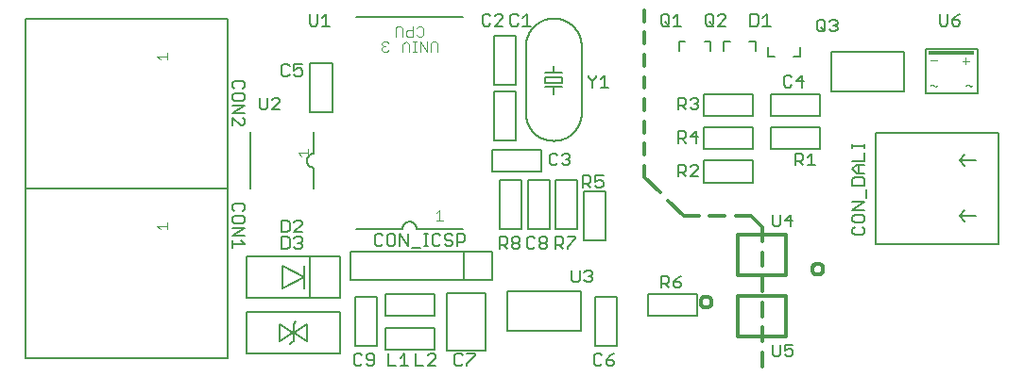
<source format=gto>
G75*
%MOIN*%
%OFA0B0*%
%FSLAX25Y25*%
%IPPOS*%
%LPD*%
%AMOC8*
5,1,8,0,0,1.08239X$1,22.5*
%
%ADD10C,0.01181*%
%ADD11C,0.00800*%
%ADD12C,0.00600*%
%ADD13C,0.00500*%
%ADD14C,0.00300*%
%ADD15C,0.00400*%
%ADD16R,0.16142X0.01181*%
D10*
X0219895Y0089642D02*
X0225393Y0084144D01*
X0228177Y0081360D02*
X0233675Y0075862D01*
X0238924Y0075862D01*
X0242861Y0075862D02*
X0248110Y0075862D01*
X0252048Y0075862D02*
X0257297Y0075862D01*
X0261234Y0071925D01*
X0261234Y0067004D01*
X0269895Y0069169D02*
X0252572Y0069169D01*
X0252572Y0054996D01*
X0269895Y0054996D01*
X0269895Y0069169D01*
X0261234Y0063067D02*
X0261234Y0058146D01*
X0261234Y0054209D02*
X0261234Y0049287D01*
X0261234Y0045350D02*
X0261234Y0040429D01*
X0261234Y0036492D02*
X0261234Y0031571D01*
X0269895Y0033343D02*
X0252572Y0033343D01*
X0252572Y0047516D01*
X0269895Y0047516D01*
X0269895Y0033343D01*
X0261234Y0027634D02*
X0261234Y0022713D01*
X0239580Y0045429D02*
X0239582Y0045517D01*
X0239588Y0045605D01*
X0239598Y0045693D01*
X0239612Y0045781D01*
X0239629Y0045867D01*
X0239651Y0045953D01*
X0239676Y0046037D01*
X0239706Y0046121D01*
X0239738Y0046203D01*
X0239775Y0046283D01*
X0239815Y0046362D01*
X0239859Y0046439D01*
X0239906Y0046514D01*
X0239956Y0046586D01*
X0240010Y0046657D01*
X0240066Y0046724D01*
X0240126Y0046790D01*
X0240188Y0046852D01*
X0240254Y0046912D01*
X0240321Y0046968D01*
X0240392Y0047022D01*
X0240464Y0047072D01*
X0240539Y0047119D01*
X0240616Y0047163D01*
X0240695Y0047203D01*
X0240775Y0047240D01*
X0240857Y0047272D01*
X0240941Y0047302D01*
X0241025Y0047327D01*
X0241111Y0047349D01*
X0241197Y0047366D01*
X0241285Y0047380D01*
X0241373Y0047390D01*
X0241461Y0047396D01*
X0241549Y0047398D01*
X0241637Y0047396D01*
X0241725Y0047390D01*
X0241813Y0047380D01*
X0241901Y0047366D01*
X0241987Y0047349D01*
X0242073Y0047327D01*
X0242157Y0047302D01*
X0242241Y0047272D01*
X0242323Y0047240D01*
X0242403Y0047203D01*
X0242482Y0047163D01*
X0242559Y0047119D01*
X0242634Y0047072D01*
X0242706Y0047022D01*
X0242777Y0046968D01*
X0242844Y0046912D01*
X0242910Y0046852D01*
X0242972Y0046790D01*
X0243032Y0046724D01*
X0243088Y0046657D01*
X0243142Y0046586D01*
X0243192Y0046514D01*
X0243239Y0046439D01*
X0243283Y0046362D01*
X0243323Y0046283D01*
X0243360Y0046203D01*
X0243392Y0046121D01*
X0243422Y0046037D01*
X0243447Y0045953D01*
X0243469Y0045867D01*
X0243486Y0045781D01*
X0243500Y0045693D01*
X0243510Y0045605D01*
X0243516Y0045517D01*
X0243518Y0045429D01*
X0243516Y0045341D01*
X0243510Y0045253D01*
X0243500Y0045165D01*
X0243486Y0045077D01*
X0243469Y0044991D01*
X0243447Y0044905D01*
X0243422Y0044821D01*
X0243392Y0044737D01*
X0243360Y0044655D01*
X0243323Y0044575D01*
X0243283Y0044496D01*
X0243239Y0044419D01*
X0243192Y0044344D01*
X0243142Y0044272D01*
X0243088Y0044201D01*
X0243032Y0044134D01*
X0242972Y0044068D01*
X0242910Y0044006D01*
X0242844Y0043946D01*
X0242777Y0043890D01*
X0242706Y0043836D01*
X0242634Y0043786D01*
X0242559Y0043739D01*
X0242482Y0043695D01*
X0242403Y0043655D01*
X0242323Y0043618D01*
X0242241Y0043586D01*
X0242157Y0043556D01*
X0242073Y0043531D01*
X0241987Y0043509D01*
X0241901Y0043492D01*
X0241813Y0043478D01*
X0241725Y0043468D01*
X0241637Y0043462D01*
X0241549Y0043460D01*
X0241461Y0043462D01*
X0241373Y0043468D01*
X0241285Y0043478D01*
X0241197Y0043492D01*
X0241111Y0043509D01*
X0241025Y0043531D01*
X0240941Y0043556D01*
X0240857Y0043586D01*
X0240775Y0043618D01*
X0240695Y0043655D01*
X0240616Y0043695D01*
X0240539Y0043739D01*
X0240464Y0043786D01*
X0240392Y0043836D01*
X0240321Y0043890D01*
X0240254Y0043946D01*
X0240188Y0044006D01*
X0240126Y0044068D01*
X0240066Y0044134D01*
X0240010Y0044201D01*
X0239956Y0044272D01*
X0239906Y0044344D01*
X0239859Y0044419D01*
X0239815Y0044496D01*
X0239775Y0044575D01*
X0239738Y0044655D01*
X0239706Y0044737D01*
X0239676Y0044821D01*
X0239651Y0044905D01*
X0239629Y0044991D01*
X0239612Y0045077D01*
X0239598Y0045165D01*
X0239588Y0045253D01*
X0239582Y0045341D01*
X0239580Y0045429D01*
X0278950Y0057083D02*
X0278952Y0057171D01*
X0278958Y0057259D01*
X0278968Y0057347D01*
X0278982Y0057435D01*
X0278999Y0057521D01*
X0279021Y0057607D01*
X0279046Y0057691D01*
X0279076Y0057775D01*
X0279108Y0057857D01*
X0279145Y0057937D01*
X0279185Y0058016D01*
X0279229Y0058093D01*
X0279276Y0058168D01*
X0279326Y0058240D01*
X0279380Y0058311D01*
X0279436Y0058378D01*
X0279496Y0058444D01*
X0279558Y0058506D01*
X0279624Y0058566D01*
X0279691Y0058622D01*
X0279762Y0058676D01*
X0279834Y0058726D01*
X0279909Y0058773D01*
X0279986Y0058817D01*
X0280065Y0058857D01*
X0280145Y0058894D01*
X0280227Y0058926D01*
X0280311Y0058956D01*
X0280395Y0058981D01*
X0280481Y0059003D01*
X0280567Y0059020D01*
X0280655Y0059034D01*
X0280743Y0059044D01*
X0280831Y0059050D01*
X0280919Y0059052D01*
X0281007Y0059050D01*
X0281095Y0059044D01*
X0281183Y0059034D01*
X0281271Y0059020D01*
X0281357Y0059003D01*
X0281443Y0058981D01*
X0281527Y0058956D01*
X0281611Y0058926D01*
X0281693Y0058894D01*
X0281773Y0058857D01*
X0281852Y0058817D01*
X0281929Y0058773D01*
X0282004Y0058726D01*
X0282076Y0058676D01*
X0282147Y0058622D01*
X0282214Y0058566D01*
X0282280Y0058506D01*
X0282342Y0058444D01*
X0282402Y0058378D01*
X0282458Y0058311D01*
X0282512Y0058240D01*
X0282562Y0058168D01*
X0282609Y0058093D01*
X0282653Y0058016D01*
X0282693Y0057937D01*
X0282730Y0057857D01*
X0282762Y0057775D01*
X0282792Y0057691D01*
X0282817Y0057607D01*
X0282839Y0057521D01*
X0282856Y0057435D01*
X0282870Y0057347D01*
X0282880Y0057259D01*
X0282886Y0057171D01*
X0282888Y0057083D01*
X0282886Y0056995D01*
X0282880Y0056907D01*
X0282870Y0056819D01*
X0282856Y0056731D01*
X0282839Y0056645D01*
X0282817Y0056559D01*
X0282792Y0056475D01*
X0282762Y0056391D01*
X0282730Y0056309D01*
X0282693Y0056229D01*
X0282653Y0056150D01*
X0282609Y0056073D01*
X0282562Y0055998D01*
X0282512Y0055926D01*
X0282458Y0055855D01*
X0282402Y0055788D01*
X0282342Y0055722D01*
X0282280Y0055660D01*
X0282214Y0055600D01*
X0282147Y0055544D01*
X0282076Y0055490D01*
X0282004Y0055440D01*
X0281929Y0055393D01*
X0281852Y0055349D01*
X0281773Y0055309D01*
X0281693Y0055272D01*
X0281611Y0055240D01*
X0281527Y0055210D01*
X0281443Y0055185D01*
X0281357Y0055163D01*
X0281271Y0055146D01*
X0281183Y0055132D01*
X0281095Y0055122D01*
X0281007Y0055116D01*
X0280919Y0055114D01*
X0280831Y0055116D01*
X0280743Y0055122D01*
X0280655Y0055132D01*
X0280567Y0055146D01*
X0280481Y0055163D01*
X0280395Y0055185D01*
X0280311Y0055210D01*
X0280227Y0055240D01*
X0280145Y0055272D01*
X0280065Y0055309D01*
X0279986Y0055349D01*
X0279909Y0055393D01*
X0279834Y0055440D01*
X0279762Y0055490D01*
X0279691Y0055544D01*
X0279624Y0055600D01*
X0279558Y0055660D01*
X0279496Y0055722D01*
X0279436Y0055788D01*
X0279380Y0055855D01*
X0279326Y0055926D01*
X0279276Y0055998D01*
X0279229Y0056073D01*
X0279185Y0056150D01*
X0279145Y0056229D01*
X0279108Y0056309D01*
X0279076Y0056391D01*
X0279046Y0056475D01*
X0279021Y0056559D01*
X0278999Y0056645D01*
X0278982Y0056731D01*
X0278968Y0056819D01*
X0278958Y0056907D01*
X0278952Y0056995D01*
X0278950Y0057083D01*
X0219895Y0089642D02*
X0219895Y0093579D01*
X0219895Y0097516D02*
X0219895Y0101453D01*
X0219895Y0105390D02*
X0219895Y0109327D01*
X0219895Y0113264D02*
X0219895Y0117201D01*
X0219895Y0121138D02*
X0219895Y0125075D01*
X0219895Y0129012D02*
X0219895Y0132949D01*
X0219895Y0136886D02*
X0219895Y0140823D01*
X0219895Y0144760D02*
X0219895Y0148697D01*
D11*
X0001400Y0085705D02*
X0001400Y0025705D01*
X0072700Y0025705D01*
X0072700Y0085705D01*
X0072700Y0145705D01*
X0001400Y0145705D01*
X0001400Y0085705D01*
X0072700Y0085705D01*
X0001400Y0085705D01*
X0079474Y0061492D02*
X0112285Y0061492D01*
X0112285Y0046925D01*
X0079474Y0046925D01*
X0079474Y0061492D01*
X0101679Y0061295D02*
X0101679Y0047122D01*
X0112285Y0041807D02*
X0079474Y0041807D01*
X0079474Y0027240D01*
X0112285Y0027240D01*
X0112285Y0041807D01*
X0117600Y0047122D02*
X0125340Y0047122D01*
X0125340Y0029799D01*
X0117600Y0029799D01*
X0117600Y0047122D01*
X0128557Y0048236D02*
X0145880Y0048236D01*
X0145880Y0040496D01*
X0128557Y0040496D01*
X0128557Y0048236D01*
X0116155Y0053146D02*
X0116155Y0063146D01*
X0156155Y0063146D01*
X0156155Y0053146D01*
X0166155Y0053146D02*
X0166155Y0063146D01*
X0156155Y0063146D01*
X0168781Y0071138D02*
X0168781Y0088461D01*
X0176521Y0088461D01*
X0176521Y0071138D01*
X0168781Y0071138D01*
X0178624Y0071138D02*
X0186364Y0071138D01*
X0186364Y0088461D01*
X0178624Y0088461D01*
X0178624Y0071138D01*
X0188466Y0071138D02*
X0188466Y0088461D01*
X0196206Y0088461D01*
X0196206Y0071138D01*
X0188466Y0071138D01*
X0198309Y0067201D02*
X0198309Y0084524D01*
X0206049Y0084524D01*
X0206049Y0067201D01*
X0198309Y0067201D01*
X0166155Y0053146D02*
X0116155Y0053146D01*
X0150171Y0048591D02*
X0163635Y0048591D01*
X0163635Y0028331D01*
X0150171Y0028331D01*
X0150171Y0048591D01*
X0171561Y0049398D02*
X0197364Y0049398D01*
X0197364Y0035398D01*
X0171561Y0035398D01*
X0171561Y0049398D01*
X0145880Y0036425D02*
X0145880Y0028685D01*
X0128557Y0028685D01*
X0128557Y0036425D01*
X0145880Y0036425D01*
X0202246Y0029799D02*
X0209986Y0029799D01*
X0209986Y0047122D01*
X0202246Y0047122D01*
X0202246Y0029799D01*
X0221076Y0040496D02*
X0221076Y0048236D01*
X0238399Y0048236D01*
X0238399Y0040496D01*
X0221076Y0040496D01*
X0155661Y0071382D02*
X0139411Y0071382D01*
X0139409Y0071480D01*
X0139403Y0071578D01*
X0139394Y0071676D01*
X0139380Y0071773D01*
X0139363Y0071870D01*
X0139342Y0071966D01*
X0139317Y0072061D01*
X0139289Y0072155D01*
X0139256Y0072247D01*
X0139221Y0072339D01*
X0139181Y0072429D01*
X0139139Y0072517D01*
X0139092Y0072604D01*
X0139043Y0072688D01*
X0138990Y0072771D01*
X0138934Y0072851D01*
X0138874Y0072930D01*
X0138812Y0073006D01*
X0138747Y0073079D01*
X0138679Y0073150D01*
X0138608Y0073218D01*
X0138535Y0073283D01*
X0138459Y0073345D01*
X0138380Y0073405D01*
X0138300Y0073461D01*
X0138217Y0073514D01*
X0138133Y0073563D01*
X0138046Y0073610D01*
X0137958Y0073652D01*
X0137868Y0073692D01*
X0137776Y0073727D01*
X0137684Y0073760D01*
X0137590Y0073788D01*
X0137495Y0073813D01*
X0137399Y0073834D01*
X0137302Y0073851D01*
X0137205Y0073865D01*
X0137107Y0073874D01*
X0137009Y0073880D01*
X0136911Y0073882D01*
X0136813Y0073880D01*
X0136715Y0073874D01*
X0136617Y0073865D01*
X0136520Y0073851D01*
X0136423Y0073834D01*
X0136327Y0073813D01*
X0136232Y0073788D01*
X0136138Y0073760D01*
X0136046Y0073727D01*
X0135954Y0073692D01*
X0135864Y0073652D01*
X0135776Y0073610D01*
X0135689Y0073563D01*
X0135605Y0073514D01*
X0135522Y0073461D01*
X0135442Y0073405D01*
X0135363Y0073345D01*
X0135287Y0073283D01*
X0135214Y0073218D01*
X0135143Y0073150D01*
X0135075Y0073079D01*
X0135010Y0073006D01*
X0134948Y0072930D01*
X0134888Y0072851D01*
X0134832Y0072771D01*
X0134779Y0072688D01*
X0134730Y0072604D01*
X0134683Y0072517D01*
X0134641Y0072429D01*
X0134601Y0072339D01*
X0134566Y0072247D01*
X0134533Y0072155D01*
X0134505Y0072061D01*
X0134480Y0071966D01*
X0134459Y0071870D01*
X0134442Y0071773D01*
X0134428Y0071676D01*
X0134419Y0071578D01*
X0134413Y0071480D01*
X0134411Y0071382D01*
X0118161Y0071382D01*
X0103193Y0085547D02*
X0103193Y0093047D01*
X0103095Y0093049D01*
X0102997Y0093055D01*
X0102899Y0093064D01*
X0102802Y0093078D01*
X0102705Y0093095D01*
X0102609Y0093116D01*
X0102514Y0093141D01*
X0102420Y0093169D01*
X0102328Y0093202D01*
X0102236Y0093237D01*
X0102146Y0093277D01*
X0102058Y0093319D01*
X0101971Y0093366D01*
X0101887Y0093415D01*
X0101804Y0093468D01*
X0101724Y0093524D01*
X0101645Y0093584D01*
X0101569Y0093646D01*
X0101496Y0093711D01*
X0101425Y0093779D01*
X0101357Y0093850D01*
X0101292Y0093923D01*
X0101230Y0093999D01*
X0101170Y0094078D01*
X0101114Y0094158D01*
X0101061Y0094241D01*
X0101012Y0094325D01*
X0100965Y0094412D01*
X0100923Y0094500D01*
X0100883Y0094590D01*
X0100848Y0094682D01*
X0100815Y0094774D01*
X0100787Y0094868D01*
X0100762Y0094963D01*
X0100741Y0095059D01*
X0100724Y0095156D01*
X0100710Y0095253D01*
X0100701Y0095351D01*
X0100695Y0095449D01*
X0100693Y0095547D01*
X0100695Y0095645D01*
X0100701Y0095743D01*
X0100710Y0095841D01*
X0100724Y0095938D01*
X0100741Y0096035D01*
X0100762Y0096131D01*
X0100787Y0096226D01*
X0100815Y0096320D01*
X0100848Y0096412D01*
X0100883Y0096504D01*
X0100923Y0096594D01*
X0100965Y0096682D01*
X0101012Y0096769D01*
X0101061Y0096853D01*
X0101114Y0096936D01*
X0101170Y0097016D01*
X0101230Y0097095D01*
X0101292Y0097171D01*
X0101357Y0097244D01*
X0101425Y0097315D01*
X0101496Y0097383D01*
X0101569Y0097448D01*
X0101645Y0097510D01*
X0101724Y0097570D01*
X0101804Y0097626D01*
X0101887Y0097679D01*
X0101971Y0097728D01*
X0102058Y0097775D01*
X0102146Y0097817D01*
X0102236Y0097857D01*
X0102328Y0097892D01*
X0102420Y0097925D01*
X0102514Y0097953D01*
X0102609Y0097978D01*
X0102705Y0097999D01*
X0102802Y0098016D01*
X0102899Y0098030D01*
X0102997Y0098039D01*
X0103095Y0098045D01*
X0103193Y0098047D01*
X0103193Y0105547D01*
X0101852Y0112476D02*
X0109592Y0112476D01*
X0109592Y0129799D01*
X0101852Y0129799D01*
X0101852Y0112476D01*
X0080693Y0105547D02*
X0080693Y0085547D01*
X0165958Y0091677D02*
X0165958Y0099417D01*
X0183281Y0099417D01*
X0183281Y0091677D01*
X0165958Y0091677D01*
X0166813Y0102634D02*
X0166813Y0119957D01*
X0174553Y0119957D01*
X0174553Y0102634D01*
X0166813Y0102634D01*
X0177966Y0112280D02*
X0177966Y0135902D01*
X0174553Y0139642D02*
X0166813Y0139642D01*
X0166813Y0122319D01*
X0174553Y0122319D01*
X0174553Y0139642D01*
X0177966Y0135902D02*
X0177969Y0136142D01*
X0177978Y0136381D01*
X0177992Y0136620D01*
X0178013Y0136859D01*
X0178039Y0137098D01*
X0178071Y0137335D01*
X0178109Y0137572D01*
X0178152Y0137808D01*
X0178201Y0138042D01*
X0178256Y0138275D01*
X0178317Y0138507D01*
X0178383Y0138738D01*
X0178455Y0138966D01*
X0178533Y0139193D01*
X0178615Y0139418D01*
X0178704Y0139641D01*
X0178798Y0139862D01*
X0178897Y0140080D01*
X0179001Y0140296D01*
X0179111Y0140509D01*
X0179225Y0140719D01*
X0179345Y0140927D01*
X0179470Y0141132D01*
X0179600Y0141333D01*
X0179735Y0141531D01*
X0179874Y0141726D01*
X0180018Y0141918D01*
X0180167Y0142106D01*
X0180320Y0142290D01*
X0180478Y0142470D01*
X0180640Y0142647D01*
X0180807Y0142820D01*
X0180977Y0142988D01*
X0181152Y0143152D01*
X0181330Y0143312D01*
X0181513Y0143468D01*
X0181699Y0143619D01*
X0181889Y0143765D01*
X0182082Y0143907D01*
X0182278Y0144044D01*
X0182478Y0144177D01*
X0182681Y0144304D01*
X0182888Y0144426D01*
X0183097Y0144544D01*
X0183308Y0144656D01*
X0183523Y0144763D01*
X0183740Y0144865D01*
X0183959Y0144961D01*
X0184181Y0145052D01*
X0184405Y0145138D01*
X0184631Y0145218D01*
X0184859Y0145292D01*
X0185088Y0145361D01*
X0185319Y0145425D01*
X0185552Y0145483D01*
X0185786Y0145535D01*
X0186021Y0145581D01*
X0186257Y0145622D01*
X0186495Y0145657D01*
X0186732Y0145686D01*
X0186971Y0145709D01*
X0187210Y0145727D01*
X0187450Y0145738D01*
X0187689Y0145744D01*
X0187929Y0145744D01*
X0188168Y0145738D01*
X0188408Y0145727D01*
X0188647Y0145709D01*
X0188886Y0145686D01*
X0189123Y0145657D01*
X0189361Y0145622D01*
X0189597Y0145581D01*
X0189832Y0145535D01*
X0190066Y0145483D01*
X0190299Y0145425D01*
X0190530Y0145361D01*
X0190759Y0145292D01*
X0190987Y0145218D01*
X0191213Y0145138D01*
X0191437Y0145052D01*
X0191659Y0144961D01*
X0191878Y0144865D01*
X0192095Y0144763D01*
X0192310Y0144656D01*
X0192521Y0144544D01*
X0192731Y0144426D01*
X0192937Y0144304D01*
X0193140Y0144177D01*
X0193340Y0144044D01*
X0193536Y0143907D01*
X0193729Y0143765D01*
X0193919Y0143619D01*
X0194105Y0143468D01*
X0194288Y0143312D01*
X0194466Y0143152D01*
X0194641Y0142988D01*
X0194811Y0142820D01*
X0194978Y0142647D01*
X0195140Y0142470D01*
X0195298Y0142290D01*
X0195451Y0142106D01*
X0195600Y0141918D01*
X0195744Y0141726D01*
X0195883Y0141531D01*
X0196018Y0141333D01*
X0196148Y0141132D01*
X0196273Y0140927D01*
X0196393Y0140719D01*
X0196507Y0140509D01*
X0196617Y0140296D01*
X0196721Y0140080D01*
X0196820Y0139862D01*
X0196914Y0139641D01*
X0197003Y0139418D01*
X0197085Y0139193D01*
X0197163Y0138966D01*
X0197235Y0138738D01*
X0197301Y0138507D01*
X0197362Y0138275D01*
X0197417Y0138042D01*
X0197466Y0137808D01*
X0197509Y0137572D01*
X0197547Y0137335D01*
X0197579Y0137098D01*
X0197605Y0136859D01*
X0197626Y0136620D01*
X0197640Y0136381D01*
X0197649Y0136142D01*
X0197652Y0135902D01*
X0197651Y0135902D02*
X0197651Y0112280D01*
X0197652Y0112280D02*
X0197649Y0112040D01*
X0197640Y0111801D01*
X0197626Y0111562D01*
X0197605Y0111323D01*
X0197579Y0111084D01*
X0197547Y0110847D01*
X0197509Y0110610D01*
X0197466Y0110374D01*
X0197417Y0110140D01*
X0197362Y0109907D01*
X0197301Y0109675D01*
X0197235Y0109444D01*
X0197163Y0109216D01*
X0197085Y0108989D01*
X0197003Y0108764D01*
X0196914Y0108541D01*
X0196820Y0108320D01*
X0196721Y0108102D01*
X0196617Y0107886D01*
X0196507Y0107673D01*
X0196393Y0107463D01*
X0196273Y0107255D01*
X0196148Y0107050D01*
X0196018Y0106849D01*
X0195883Y0106651D01*
X0195744Y0106456D01*
X0195600Y0106264D01*
X0195451Y0106076D01*
X0195298Y0105892D01*
X0195140Y0105712D01*
X0194978Y0105535D01*
X0194811Y0105362D01*
X0194641Y0105194D01*
X0194466Y0105030D01*
X0194288Y0104870D01*
X0194105Y0104714D01*
X0193919Y0104563D01*
X0193729Y0104417D01*
X0193536Y0104275D01*
X0193340Y0104138D01*
X0193140Y0104005D01*
X0192937Y0103878D01*
X0192731Y0103756D01*
X0192521Y0103638D01*
X0192310Y0103526D01*
X0192095Y0103419D01*
X0191878Y0103317D01*
X0191659Y0103221D01*
X0191437Y0103130D01*
X0191213Y0103044D01*
X0190987Y0102964D01*
X0190759Y0102890D01*
X0190530Y0102821D01*
X0190299Y0102757D01*
X0190066Y0102699D01*
X0189832Y0102647D01*
X0189597Y0102601D01*
X0189361Y0102560D01*
X0189123Y0102525D01*
X0188886Y0102496D01*
X0188647Y0102473D01*
X0188408Y0102455D01*
X0188168Y0102444D01*
X0187929Y0102438D01*
X0187689Y0102438D01*
X0187450Y0102444D01*
X0187210Y0102455D01*
X0186971Y0102473D01*
X0186732Y0102496D01*
X0186495Y0102525D01*
X0186257Y0102560D01*
X0186021Y0102601D01*
X0185786Y0102647D01*
X0185552Y0102699D01*
X0185319Y0102757D01*
X0185088Y0102821D01*
X0184859Y0102890D01*
X0184631Y0102964D01*
X0184405Y0103044D01*
X0184181Y0103130D01*
X0183959Y0103221D01*
X0183740Y0103317D01*
X0183523Y0103419D01*
X0183308Y0103526D01*
X0183097Y0103638D01*
X0182888Y0103756D01*
X0182681Y0103878D01*
X0182478Y0104005D01*
X0182278Y0104138D01*
X0182082Y0104275D01*
X0181889Y0104417D01*
X0181699Y0104563D01*
X0181513Y0104714D01*
X0181330Y0104870D01*
X0181152Y0105030D01*
X0180977Y0105194D01*
X0180807Y0105362D01*
X0180640Y0105535D01*
X0180478Y0105712D01*
X0180320Y0105892D01*
X0180167Y0106076D01*
X0180018Y0106264D01*
X0179874Y0106456D01*
X0179735Y0106651D01*
X0179600Y0106849D01*
X0179470Y0107050D01*
X0179345Y0107255D01*
X0179225Y0107463D01*
X0179111Y0107673D01*
X0179001Y0107886D01*
X0178897Y0108102D01*
X0178798Y0108320D01*
X0178704Y0108541D01*
X0178615Y0108764D01*
X0178533Y0108989D01*
X0178455Y0109216D01*
X0178383Y0109444D01*
X0178317Y0109675D01*
X0178256Y0109907D01*
X0178201Y0110140D01*
X0178152Y0110374D01*
X0178109Y0110610D01*
X0178071Y0110847D01*
X0178039Y0111084D01*
X0178013Y0111323D01*
X0177992Y0111562D01*
X0177978Y0111801D01*
X0177969Y0112040D01*
X0177966Y0112280D01*
X0240761Y0111362D02*
X0240761Y0119102D01*
X0258084Y0119102D01*
X0258084Y0111362D01*
X0240761Y0111362D01*
X0240761Y0107291D02*
X0258084Y0107291D01*
X0258084Y0099551D01*
X0240761Y0099551D01*
X0240761Y0107291D01*
X0264383Y0107291D02*
X0264383Y0099551D01*
X0281706Y0099551D01*
X0281706Y0107291D01*
X0264383Y0107291D01*
X0264383Y0111362D02*
X0264383Y0119102D01*
X0281706Y0119102D01*
X0281706Y0111362D01*
X0264383Y0111362D01*
X0285734Y0120043D02*
X0285734Y0134043D01*
X0311537Y0134043D01*
X0311537Y0120043D01*
X0285734Y0120043D01*
X0301391Y0105390D02*
X0344698Y0105390D01*
X0344698Y0066020D01*
X0301391Y0066020D01*
X0301391Y0105390D01*
X0318911Y0119169D02*
X0318911Y0134917D01*
X0337415Y0134917D01*
X0337415Y0119169D01*
X0318911Y0119169D01*
X0332887Y0097516D02*
X0330919Y0095547D01*
X0332887Y0093579D01*
X0330919Y0095547D02*
X0336824Y0095547D01*
X0332887Y0077831D02*
X0330919Y0075862D01*
X0332887Y0073894D01*
X0330919Y0075862D02*
X0336824Y0075862D01*
X0258084Y0087740D02*
X0240761Y0087740D01*
X0240761Y0095480D01*
X0258084Y0095480D01*
X0258084Y0087740D01*
X0155661Y0146382D02*
X0118161Y0146382D01*
D12*
X0108774Y0143091D02*
X0106022Y0143091D01*
X0107398Y0143091D02*
X0107398Y0147219D01*
X0106022Y0145843D01*
X0104424Y0147219D02*
X0104424Y0143779D01*
X0103736Y0143091D01*
X0102360Y0143091D01*
X0101672Y0143779D01*
X0101672Y0147219D01*
X0098931Y0129503D02*
X0096180Y0129503D01*
X0096180Y0127439D01*
X0097555Y0128127D01*
X0098243Y0128127D01*
X0098931Y0127439D01*
X0098931Y0126063D01*
X0098243Y0125375D01*
X0096868Y0125375D01*
X0096180Y0126063D01*
X0094581Y0126063D02*
X0093893Y0125375D01*
X0092517Y0125375D01*
X0091829Y0126063D01*
X0091829Y0128815D01*
X0092517Y0129503D01*
X0093893Y0129503D01*
X0094581Y0128815D01*
X0078654Y0122945D02*
X0077966Y0123633D01*
X0075214Y0123633D01*
X0074526Y0122945D01*
X0074526Y0121569D01*
X0075214Y0120881D01*
X0075214Y0119282D02*
X0074526Y0118594D01*
X0074526Y0117218D01*
X0075214Y0116530D01*
X0077966Y0116530D01*
X0078654Y0117218D01*
X0078654Y0118594D01*
X0077966Y0119282D01*
X0075214Y0119282D01*
X0077966Y0120881D02*
X0078654Y0121569D01*
X0078654Y0122945D01*
X0083955Y0117692D02*
X0083955Y0114252D01*
X0084643Y0113564D01*
X0086019Y0113564D01*
X0086707Y0114252D01*
X0086707Y0117692D01*
X0088306Y0117004D02*
X0088993Y0117692D01*
X0090369Y0117692D01*
X0091057Y0117004D01*
X0091057Y0116316D01*
X0088306Y0113564D01*
X0091057Y0113564D01*
X0078654Y0114932D02*
X0074526Y0112180D01*
X0078654Y0112180D01*
X0077966Y0110582D02*
X0078654Y0109894D01*
X0078654Y0108518D01*
X0077966Y0107830D01*
X0077278Y0107830D01*
X0074526Y0110582D01*
X0074526Y0107830D01*
X0074526Y0114932D02*
X0078654Y0114932D01*
X0162695Y0143779D02*
X0163383Y0143091D01*
X0164759Y0143091D01*
X0165447Y0143779D01*
X0167046Y0143091D02*
X0169798Y0145843D01*
X0169798Y0146531D01*
X0169110Y0147219D01*
X0167734Y0147219D01*
X0167046Y0146531D01*
X0165447Y0146531D02*
X0164759Y0147219D01*
X0163383Y0147219D01*
X0162695Y0146531D01*
X0162695Y0143779D01*
X0167046Y0143091D02*
X0169798Y0143091D01*
X0172538Y0143779D02*
X0173226Y0143091D01*
X0174602Y0143091D01*
X0175290Y0143779D01*
X0176888Y0143091D02*
X0179640Y0143091D01*
X0178264Y0143091D02*
X0178264Y0147219D01*
X0176888Y0145843D01*
X0175290Y0146531D02*
X0174602Y0147219D01*
X0173226Y0147219D01*
X0172538Y0146531D01*
X0172538Y0143779D01*
X0200097Y0125566D02*
X0200097Y0124878D01*
X0201473Y0123502D01*
X0201473Y0121438D01*
X0201473Y0123502D02*
X0202849Y0124878D01*
X0202849Y0125566D01*
X0204447Y0124190D02*
X0205823Y0125566D01*
X0205823Y0121438D01*
X0204447Y0121438D02*
X0207199Y0121438D01*
X0231593Y0117692D02*
X0231593Y0113564D01*
X0231593Y0114940D02*
X0233657Y0114940D01*
X0234345Y0115628D01*
X0234345Y0117004D01*
X0233657Y0117692D01*
X0231593Y0117692D01*
X0232969Y0114940D02*
X0234345Y0113564D01*
X0235943Y0114252D02*
X0236631Y0113564D01*
X0238007Y0113564D01*
X0238695Y0114252D01*
X0238695Y0114940D01*
X0238007Y0115628D01*
X0237319Y0115628D01*
X0238007Y0115628D02*
X0238695Y0116316D01*
X0238695Y0117004D01*
X0238007Y0117692D01*
X0236631Y0117692D01*
X0235943Y0117004D01*
X0238007Y0105881D02*
X0235943Y0103817D01*
X0238695Y0103817D01*
X0238007Y0101753D02*
X0238007Y0105881D01*
X0234345Y0105193D02*
X0234345Y0103817D01*
X0233657Y0103129D01*
X0231593Y0103129D01*
X0232969Y0103129D02*
X0234345Y0101753D01*
X0231593Y0101753D02*
X0231593Y0105881D01*
X0233657Y0105881D01*
X0234345Y0105193D01*
X0233657Y0094070D02*
X0234345Y0093382D01*
X0234345Y0092006D01*
X0233657Y0091318D01*
X0231593Y0091318D01*
X0232969Y0091318D02*
X0234345Y0089942D01*
X0235943Y0089942D02*
X0238695Y0092694D01*
X0238695Y0093382D01*
X0238007Y0094070D01*
X0236631Y0094070D01*
X0235943Y0093382D01*
X0233657Y0094070D02*
X0231593Y0094070D01*
X0231593Y0089942D01*
X0235943Y0089942D02*
X0238695Y0089942D01*
X0265058Y0076353D02*
X0265058Y0072913D01*
X0265746Y0072225D01*
X0267122Y0072225D01*
X0267810Y0072913D01*
X0267810Y0076353D01*
X0269408Y0074289D02*
X0271472Y0076353D01*
X0271472Y0072225D01*
X0272160Y0074289D02*
X0269408Y0074289D01*
X0293223Y0074367D02*
X0293911Y0073679D01*
X0296663Y0073679D01*
X0297351Y0074367D01*
X0297351Y0075743D01*
X0296663Y0076431D01*
X0293911Y0076431D01*
X0293223Y0075743D01*
X0293223Y0074367D01*
X0293911Y0072081D02*
X0293223Y0071393D01*
X0293223Y0070017D01*
X0293911Y0069329D01*
X0296663Y0069329D01*
X0297351Y0070017D01*
X0297351Y0071393D01*
X0296663Y0072081D01*
X0297351Y0078029D02*
X0293223Y0078029D01*
X0297351Y0080781D01*
X0293223Y0080781D01*
X0298039Y0082380D02*
X0298039Y0085132D01*
X0297351Y0086730D02*
X0293223Y0086730D01*
X0293223Y0088794D01*
X0293911Y0089482D01*
X0296663Y0089482D01*
X0297351Y0088794D01*
X0297351Y0086730D01*
X0297351Y0091080D02*
X0294599Y0091080D01*
X0293223Y0092456D01*
X0294599Y0093832D01*
X0297351Y0093832D01*
X0297351Y0095430D02*
X0293223Y0095430D01*
X0295287Y0093832D02*
X0295287Y0091080D01*
X0297351Y0095430D02*
X0297351Y0098182D01*
X0297351Y0099780D02*
X0297351Y0101156D01*
X0297351Y0100468D02*
X0293223Y0100468D01*
X0293223Y0099780D02*
X0293223Y0101156D01*
X0278658Y0098007D02*
X0277282Y0096631D01*
X0275684Y0097319D02*
X0275684Y0095943D01*
X0274996Y0095255D01*
X0272932Y0095255D01*
X0274308Y0095255D02*
X0275684Y0093879D01*
X0277282Y0093879D02*
X0280034Y0093879D01*
X0278658Y0093879D02*
X0278658Y0098007D01*
X0275684Y0097319D02*
X0274996Y0098007D01*
X0272932Y0098007D01*
X0272932Y0093879D01*
X0271059Y0121438D02*
X0271747Y0122126D01*
X0271059Y0121438D02*
X0269683Y0121438D01*
X0268995Y0122126D01*
X0268995Y0124878D01*
X0269683Y0125566D01*
X0271059Y0125566D01*
X0271747Y0124878D01*
X0273345Y0123502D02*
X0276097Y0123502D01*
X0275409Y0125566D02*
X0273345Y0123502D01*
X0275409Y0121438D02*
X0275409Y0125566D01*
X0274708Y0132317D02*
X0272508Y0132317D01*
X0274708Y0132317D02*
X0274708Y0135517D01*
X0265708Y0132317D02*
X0263508Y0132317D01*
X0263508Y0135517D01*
X0258960Y0134317D02*
X0258960Y0137517D01*
X0256760Y0137517D01*
X0249960Y0137517D02*
X0247760Y0137517D01*
X0247760Y0134317D01*
X0243212Y0134317D02*
X0243212Y0137517D01*
X0241012Y0137517D01*
X0234212Y0137517D02*
X0232012Y0137517D01*
X0232012Y0134317D01*
X0231414Y0143091D02*
X0231414Y0147219D01*
X0230038Y0145843D01*
X0228440Y0146531D02*
X0228440Y0143779D01*
X0227752Y0143091D01*
X0226376Y0143091D01*
X0225688Y0143779D01*
X0225688Y0146531D01*
X0226376Y0147219D01*
X0227752Y0147219D01*
X0228440Y0146531D01*
X0227064Y0144467D02*
X0228440Y0143091D01*
X0230038Y0143091D02*
X0232790Y0143091D01*
X0241436Y0143779D02*
X0241436Y0146531D01*
X0242124Y0147219D01*
X0243500Y0147219D01*
X0244188Y0146531D01*
X0244188Y0143779D01*
X0243500Y0143091D01*
X0242124Y0143091D01*
X0241436Y0143779D01*
X0242812Y0144467D02*
X0244188Y0143091D01*
X0245786Y0143091D02*
X0248538Y0145843D01*
X0248538Y0146531D01*
X0247850Y0147219D01*
X0246474Y0147219D01*
X0245786Y0146531D01*
X0245786Y0143091D02*
X0248538Y0143091D01*
X0257184Y0143091D02*
X0259248Y0143091D01*
X0259936Y0143779D01*
X0259936Y0146531D01*
X0259248Y0147219D01*
X0257184Y0147219D01*
X0257184Y0143091D01*
X0261534Y0143091D02*
X0264286Y0143091D01*
X0262910Y0143091D02*
X0262910Y0147219D01*
X0261534Y0145843D01*
X0280806Y0144563D02*
X0280806Y0141811D01*
X0281494Y0141123D01*
X0282870Y0141123D01*
X0283558Y0141811D01*
X0283558Y0144563D01*
X0282870Y0145251D01*
X0281494Y0145251D01*
X0280806Y0144563D01*
X0282182Y0142499D02*
X0283558Y0141123D01*
X0285156Y0141811D02*
X0285844Y0141123D01*
X0287220Y0141123D01*
X0287908Y0141811D01*
X0287908Y0142499D01*
X0287220Y0143187D01*
X0286532Y0143187D01*
X0287220Y0143187D02*
X0287908Y0143875D01*
X0287908Y0144563D01*
X0287220Y0145251D01*
X0285844Y0145251D01*
X0285156Y0144563D01*
X0324113Y0143779D02*
X0324801Y0143091D01*
X0326177Y0143091D01*
X0326865Y0143779D01*
X0326865Y0147219D01*
X0328463Y0145155D02*
X0329839Y0146531D01*
X0331215Y0147219D01*
X0330527Y0145155D02*
X0328463Y0145155D01*
X0328463Y0143779D01*
X0329151Y0143091D01*
X0330527Y0143091D01*
X0331215Y0143779D01*
X0331215Y0144467D01*
X0330527Y0145155D01*
X0324113Y0143779D02*
X0324113Y0147219D01*
X0193420Y0097319D02*
X0193420Y0096631D01*
X0192732Y0095943D01*
X0193420Y0095255D01*
X0193420Y0094567D01*
X0192732Y0093879D01*
X0191356Y0093879D01*
X0190668Y0094567D01*
X0189070Y0094567D02*
X0188382Y0093879D01*
X0187006Y0093879D01*
X0186318Y0094567D01*
X0186318Y0097319D01*
X0187006Y0098007D01*
X0188382Y0098007D01*
X0189070Y0097319D01*
X0190668Y0097319D02*
X0191356Y0098007D01*
X0192732Y0098007D01*
X0193420Y0097319D01*
X0192732Y0095943D02*
X0192044Y0095943D01*
X0198129Y0090133D02*
X0200193Y0090133D01*
X0200881Y0089445D01*
X0200881Y0088069D01*
X0200193Y0087381D01*
X0198129Y0087381D01*
X0199505Y0087381D02*
X0200881Y0086005D01*
X0202479Y0086693D02*
X0203167Y0086005D01*
X0204543Y0086005D01*
X0205231Y0086693D01*
X0205231Y0088069D01*
X0204543Y0088757D01*
X0203855Y0088757D01*
X0202479Y0088069D01*
X0202479Y0090133D01*
X0205231Y0090133D01*
X0198129Y0090133D02*
X0198129Y0086005D01*
X0195388Y0068479D02*
X0192636Y0068479D01*
X0191038Y0067791D02*
X0190350Y0068479D01*
X0188286Y0068479D01*
X0188286Y0064351D01*
X0188286Y0065727D02*
X0190350Y0065727D01*
X0191038Y0066415D01*
X0191038Y0067791D01*
X0189662Y0065727D02*
X0191038Y0064351D01*
X0192636Y0064351D02*
X0192636Y0065039D01*
X0195388Y0067791D01*
X0195388Y0068479D01*
X0185546Y0067791D02*
X0185546Y0067103D01*
X0184858Y0066415D01*
X0183482Y0066415D01*
X0182794Y0067103D01*
X0182794Y0067791D01*
X0183482Y0068479D01*
X0184858Y0068479D01*
X0185546Y0067791D01*
X0184858Y0066415D02*
X0185546Y0065727D01*
X0185546Y0065039D01*
X0184858Y0064351D01*
X0183482Y0064351D01*
X0182794Y0065039D01*
X0182794Y0065727D01*
X0183482Y0066415D01*
X0181195Y0065039D02*
X0180507Y0064351D01*
X0179132Y0064351D01*
X0178444Y0065039D01*
X0178444Y0067791D01*
X0179132Y0068479D01*
X0180507Y0068479D01*
X0181195Y0067791D01*
X0175703Y0067791D02*
X0175015Y0068479D01*
X0173639Y0068479D01*
X0172951Y0067791D01*
X0172951Y0067103D01*
X0173639Y0066415D01*
X0175015Y0066415D01*
X0175703Y0065727D01*
X0175703Y0065039D01*
X0175015Y0064351D01*
X0173639Y0064351D01*
X0172951Y0065039D01*
X0172951Y0065727D01*
X0173639Y0066415D01*
X0175015Y0066415D02*
X0175703Y0067103D01*
X0175703Y0067791D01*
X0171353Y0067791D02*
X0171353Y0066415D01*
X0170665Y0065727D01*
X0168601Y0065727D01*
X0168601Y0064351D02*
X0168601Y0068479D01*
X0170665Y0068479D01*
X0171353Y0067791D01*
X0169977Y0065727D02*
X0171353Y0064351D01*
X0156533Y0067399D02*
X0155845Y0066711D01*
X0153781Y0066711D01*
X0153781Y0065335D02*
X0153781Y0069463D01*
X0155845Y0069463D01*
X0156533Y0068775D01*
X0156533Y0067399D01*
X0152182Y0066711D02*
X0152182Y0066023D01*
X0151494Y0065335D01*
X0150118Y0065335D01*
X0149430Y0066023D01*
X0150118Y0067399D02*
X0151494Y0067399D01*
X0152182Y0066711D01*
X0152182Y0068775D02*
X0151494Y0069463D01*
X0150118Y0069463D01*
X0149430Y0068775D01*
X0149430Y0068087D01*
X0150118Y0067399D01*
X0147832Y0066023D02*
X0147144Y0065335D01*
X0145768Y0065335D01*
X0145080Y0066023D01*
X0145080Y0068775D01*
X0145768Y0069463D01*
X0147144Y0069463D01*
X0147832Y0068775D01*
X0143556Y0069463D02*
X0142180Y0069463D01*
X0142868Y0069463D02*
X0142868Y0065335D01*
X0142180Y0065335D02*
X0143556Y0065335D01*
X0140582Y0064647D02*
X0137830Y0064647D01*
X0136232Y0065335D02*
X0136232Y0069463D01*
X0133480Y0069463D02*
X0136232Y0065335D01*
X0133480Y0065335D02*
X0133480Y0069463D01*
X0131882Y0068775D02*
X0131194Y0069463D01*
X0129818Y0069463D01*
X0129130Y0068775D01*
X0129130Y0066023D01*
X0129818Y0065335D01*
X0131194Y0065335D01*
X0131882Y0066023D01*
X0131882Y0068775D01*
X0127531Y0068775D02*
X0126843Y0069463D01*
X0125467Y0069463D01*
X0124779Y0068775D01*
X0124779Y0066023D01*
X0125467Y0065335D01*
X0126843Y0065335D01*
X0127531Y0066023D01*
X0098931Y0065727D02*
X0098931Y0065039D01*
X0098243Y0064351D01*
X0096868Y0064351D01*
X0096180Y0065039D01*
X0094581Y0065039D02*
X0094581Y0067791D01*
X0093893Y0068479D01*
X0091829Y0068479D01*
X0091829Y0064351D01*
X0093893Y0064351D01*
X0094581Y0065039D01*
X0097555Y0066415D02*
X0098243Y0066415D01*
X0098931Y0065727D01*
X0098243Y0066415D02*
X0098931Y0067103D01*
X0098931Y0067791D01*
X0098243Y0068479D01*
X0096868Y0068479D01*
X0096180Y0067791D01*
X0096180Y0070257D02*
X0098931Y0073009D01*
X0098931Y0073697D01*
X0098243Y0074385D01*
X0096868Y0074385D01*
X0096180Y0073697D01*
X0094581Y0073697D02*
X0093893Y0074385D01*
X0091829Y0074385D01*
X0091829Y0070257D01*
X0093893Y0070257D01*
X0094581Y0070945D01*
X0094581Y0073697D01*
X0096180Y0070257D02*
X0098931Y0070257D01*
X0078654Y0071625D02*
X0074526Y0068873D01*
X0078654Y0068873D01*
X0077278Y0067275D02*
X0078654Y0065899D01*
X0074526Y0065899D01*
X0074526Y0067275D02*
X0074526Y0064523D01*
X0074526Y0071625D02*
X0078654Y0071625D01*
X0077966Y0073223D02*
X0075214Y0073223D01*
X0074526Y0073911D01*
X0074526Y0075287D01*
X0075214Y0075975D01*
X0077966Y0075975D01*
X0078654Y0075287D01*
X0078654Y0073911D01*
X0077966Y0073223D01*
X0077966Y0077574D02*
X0078654Y0078262D01*
X0078654Y0079638D01*
X0077966Y0080326D01*
X0075214Y0080326D01*
X0074526Y0079638D01*
X0074526Y0078262D01*
X0075214Y0077574D01*
X0194192Y0056668D02*
X0194192Y0053228D01*
X0194880Y0052540D01*
X0196256Y0052540D01*
X0196944Y0053228D01*
X0196944Y0056668D01*
X0198542Y0055980D02*
X0199230Y0056668D01*
X0200606Y0056668D01*
X0201294Y0055980D01*
X0201294Y0055292D01*
X0200606Y0054604D01*
X0201294Y0053916D01*
X0201294Y0053228D01*
X0200606Y0052540D01*
X0199230Y0052540D01*
X0198542Y0053228D01*
X0199918Y0054604D02*
X0200606Y0054604D01*
X0225688Y0054700D02*
X0225688Y0050572D01*
X0225688Y0051948D02*
X0227752Y0051948D01*
X0228440Y0052636D01*
X0228440Y0054012D01*
X0227752Y0054700D01*
X0225688Y0054700D01*
X0227064Y0051948D02*
X0228440Y0050572D01*
X0230038Y0051260D02*
X0230726Y0050572D01*
X0232102Y0050572D01*
X0232790Y0051260D01*
X0232790Y0051948D01*
X0232102Y0052636D01*
X0230038Y0052636D01*
X0230038Y0051260D01*
X0230038Y0052636D02*
X0231414Y0054012D01*
X0232790Y0054700D01*
X0265058Y0030290D02*
X0265058Y0026850D01*
X0265746Y0026162D01*
X0267122Y0026162D01*
X0267810Y0026850D01*
X0267810Y0030290D01*
X0269408Y0030290D02*
X0269408Y0028226D01*
X0270784Y0028914D01*
X0271472Y0028914D01*
X0272160Y0028226D01*
X0272160Y0026850D01*
X0271472Y0026162D01*
X0270096Y0026162D01*
X0269408Y0026850D01*
X0269408Y0030290D02*
X0272160Y0030290D01*
X0209168Y0027141D02*
X0207792Y0026453D01*
X0206416Y0025077D01*
X0208480Y0025077D01*
X0209168Y0024389D01*
X0209168Y0023701D01*
X0208480Y0023013D01*
X0207104Y0023013D01*
X0206416Y0023701D01*
X0206416Y0025077D01*
X0204818Y0026453D02*
X0204130Y0027141D01*
X0202754Y0027141D01*
X0202066Y0026453D01*
X0202066Y0023701D01*
X0202754Y0023013D01*
X0204130Y0023013D01*
X0204818Y0023701D01*
X0159955Y0026453D02*
X0157203Y0023701D01*
X0157203Y0023013D01*
X0155605Y0023701D02*
X0154917Y0023013D01*
X0153541Y0023013D01*
X0152853Y0023701D01*
X0152853Y0026453D01*
X0153541Y0027141D01*
X0154917Y0027141D01*
X0155605Y0026453D01*
X0157203Y0027141D02*
X0159955Y0027141D01*
X0159955Y0026453D01*
X0146176Y0026453D02*
X0146176Y0025765D01*
X0143424Y0023013D01*
X0146176Y0023013D01*
X0141825Y0023013D02*
X0139073Y0023013D01*
X0139073Y0027141D01*
X0134957Y0027141D02*
X0133581Y0025765D01*
X0134957Y0027141D02*
X0134957Y0023013D01*
X0133581Y0023013D02*
X0136333Y0023013D01*
X0131983Y0023013D02*
X0129231Y0023013D01*
X0129231Y0027141D01*
X0124522Y0026453D02*
X0124522Y0023701D01*
X0123834Y0023013D01*
X0122458Y0023013D01*
X0121770Y0023701D01*
X0122458Y0025077D02*
X0124522Y0025077D01*
X0124522Y0026453D02*
X0123834Y0027141D01*
X0122458Y0027141D01*
X0121770Y0026453D01*
X0121770Y0025765D01*
X0122458Y0025077D01*
X0120172Y0026453D02*
X0119484Y0027141D01*
X0118108Y0027141D01*
X0117420Y0026453D01*
X0117420Y0023701D01*
X0118108Y0023013D01*
X0119484Y0023013D01*
X0120172Y0023701D01*
X0143424Y0026453D02*
X0144112Y0027141D01*
X0145488Y0027141D01*
X0146176Y0026453D01*
D13*
X0100817Y0031587D02*
X0095943Y0034524D01*
X0100817Y0037461D01*
X0100817Y0031587D01*
X0095943Y0031587D02*
X0095943Y0034524D01*
X0095943Y0037461D01*
X0095980Y0037524D02*
X0096880Y0038524D01*
X0095817Y0034524D02*
X0090943Y0037461D01*
X0090917Y0037461D02*
X0090917Y0031587D01*
X0090943Y0031587D02*
X0095817Y0034524D01*
X0095880Y0031524D02*
X0094880Y0030524D01*
X0091943Y0050272D02*
X0099817Y0054209D01*
X0091943Y0058146D01*
X0091943Y0050272D01*
X0099817Y0050272D02*
X0099817Y0054209D01*
X0099817Y0058146D01*
X0187809Y0119091D02*
X0187809Y0121591D01*
X0190809Y0121591D01*
X0190809Y0123091D02*
X0184809Y0123091D01*
X0184809Y0125091D01*
X0190809Y0125091D01*
X0190809Y0123091D01*
X0187809Y0121591D02*
X0184809Y0121591D01*
X0184809Y0126591D02*
X0187809Y0126591D01*
X0187809Y0129091D01*
X0187809Y0126591D02*
X0190809Y0126591D01*
X0188006Y0145646D02*
X0187809Y0145646D01*
D14*
X0101214Y0099499D02*
X0101214Y0097072D01*
X0101214Y0098285D02*
X0097574Y0098285D01*
X0098787Y0097072D01*
X0146231Y0076813D02*
X0147465Y0078048D01*
X0147465Y0074344D01*
X0146231Y0074344D02*
X0148700Y0074344D01*
X0051450Y0073640D02*
X0051450Y0071172D01*
X0051450Y0072406D02*
X0047747Y0072406D01*
X0048981Y0071172D01*
X0048981Y0131172D02*
X0047747Y0132406D01*
X0051450Y0132406D01*
X0051450Y0131172D02*
X0051450Y0133640D01*
D15*
X0127121Y0134685D02*
X0127121Y0135286D01*
X0127721Y0135886D01*
X0127121Y0136487D01*
X0127121Y0137087D01*
X0127721Y0137688D01*
X0128923Y0137688D01*
X0129523Y0137087D01*
X0128322Y0135886D02*
X0127721Y0135886D01*
X0127121Y0134685D02*
X0127721Y0134085D01*
X0128923Y0134085D01*
X0129523Y0134685D01*
X0134487Y0134085D02*
X0134487Y0136487D01*
X0135688Y0137688D01*
X0136889Y0136487D01*
X0136889Y0134085D01*
X0138144Y0134085D02*
X0139345Y0134085D01*
X0138744Y0134085D02*
X0138744Y0137688D01*
X0138144Y0137688D02*
X0139345Y0137688D01*
X0140626Y0137688D02*
X0140626Y0134085D01*
X0143028Y0134085D02*
X0140626Y0137688D01*
X0141111Y0139297D02*
X0139909Y0139297D01*
X0139309Y0139898D01*
X0138028Y0139297D02*
X0136226Y0139297D01*
X0135626Y0139898D01*
X0135626Y0141099D01*
X0136226Y0141699D01*
X0138028Y0141699D01*
X0138028Y0142900D02*
X0138028Y0139297D01*
X0141111Y0139297D02*
X0141711Y0139898D01*
X0141711Y0142300D01*
X0141111Y0142900D01*
X0139909Y0142900D01*
X0139309Y0142300D01*
X0134345Y0142300D02*
X0133744Y0142900D01*
X0132543Y0142900D01*
X0131943Y0142300D01*
X0131943Y0139297D01*
X0134345Y0139297D02*
X0134345Y0142300D01*
X0143028Y0137688D02*
X0143028Y0134085D01*
X0144309Y0134085D02*
X0144309Y0137087D01*
X0144909Y0137688D01*
X0146111Y0137688D01*
X0146711Y0137087D01*
X0146711Y0134085D01*
X0320663Y0130862D02*
X0323163Y0130862D01*
X0331923Y0130764D02*
X0334423Y0130764D01*
X0333163Y0129543D02*
X0333163Y0132043D01*
X0334364Y0122024D02*
X0334400Y0121984D01*
X0334438Y0121947D01*
X0334480Y0121912D01*
X0334523Y0121881D01*
X0334569Y0121852D01*
X0334616Y0121827D01*
X0334665Y0121805D01*
X0334716Y0121787D01*
X0334768Y0121772D01*
X0334820Y0121761D01*
X0334873Y0121753D01*
X0334927Y0121749D01*
X0334981Y0121749D01*
X0335035Y0121753D01*
X0335088Y0121761D01*
X0335140Y0121772D01*
X0335192Y0121787D01*
X0335243Y0121805D01*
X0335292Y0121827D01*
X0335339Y0121852D01*
X0335385Y0121881D01*
X0335428Y0121912D01*
X0335470Y0121947D01*
X0335508Y0121984D01*
X0335544Y0122024D01*
X0334363Y0122024D02*
X0334327Y0122064D01*
X0334289Y0122101D01*
X0334247Y0122136D01*
X0334204Y0122167D01*
X0334158Y0122196D01*
X0334111Y0122221D01*
X0334062Y0122243D01*
X0334011Y0122261D01*
X0333959Y0122276D01*
X0333907Y0122287D01*
X0333854Y0122295D01*
X0333800Y0122299D01*
X0333746Y0122299D01*
X0333692Y0122295D01*
X0333639Y0122287D01*
X0333587Y0122276D01*
X0333535Y0122261D01*
X0333484Y0122243D01*
X0333435Y0122221D01*
X0333388Y0122196D01*
X0333342Y0122167D01*
X0333299Y0122136D01*
X0333257Y0122101D01*
X0333219Y0122064D01*
X0333183Y0122024D01*
X0323044Y0122024D02*
X0323008Y0121984D01*
X0322970Y0121947D01*
X0322928Y0121912D01*
X0322885Y0121881D01*
X0322839Y0121852D01*
X0322792Y0121827D01*
X0322743Y0121805D01*
X0322692Y0121787D01*
X0322640Y0121772D01*
X0322588Y0121761D01*
X0322535Y0121753D01*
X0322481Y0121749D01*
X0322427Y0121749D01*
X0322373Y0121753D01*
X0322320Y0121761D01*
X0322268Y0121772D01*
X0322216Y0121787D01*
X0322165Y0121805D01*
X0322116Y0121827D01*
X0322069Y0121852D01*
X0322023Y0121881D01*
X0321980Y0121912D01*
X0321938Y0121947D01*
X0321900Y0121984D01*
X0321864Y0122024D01*
X0321863Y0122024D02*
X0321827Y0122064D01*
X0321789Y0122101D01*
X0321747Y0122136D01*
X0321704Y0122167D01*
X0321658Y0122196D01*
X0321611Y0122221D01*
X0321562Y0122243D01*
X0321511Y0122261D01*
X0321459Y0122276D01*
X0321407Y0122287D01*
X0321354Y0122295D01*
X0321300Y0122299D01*
X0321246Y0122299D01*
X0321192Y0122295D01*
X0321139Y0122287D01*
X0321087Y0122276D01*
X0321035Y0122261D01*
X0320984Y0122243D01*
X0320935Y0122221D01*
X0320888Y0122196D01*
X0320842Y0122167D01*
X0320799Y0122136D01*
X0320757Y0122101D01*
X0320719Y0122064D01*
X0320683Y0122024D01*
D16*
X0328163Y0133539D03*
M02*

</source>
